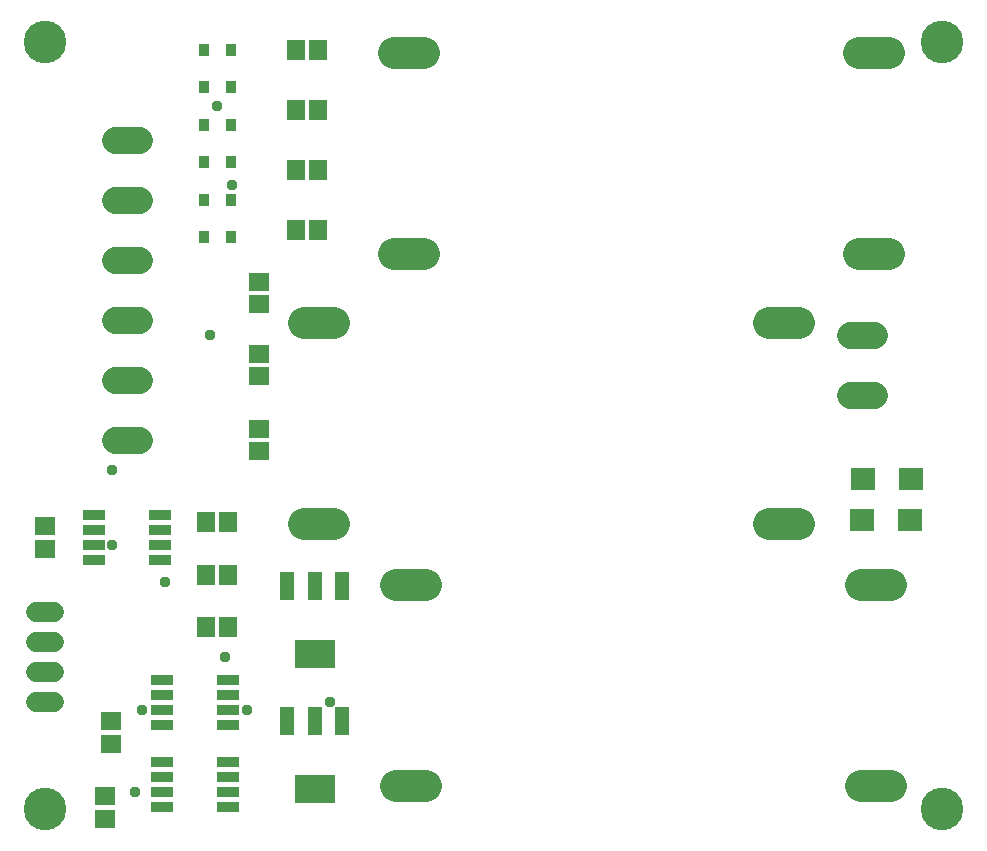
<source format=gts>
G75*
%MOIN*%
%OFA0B0*%
%FSLAX25Y25*%
%IPPOS*%
%LPD*%
%AMOC8*
5,1,8,0,0,1.08239X$1,22.5*
%
%ADD10C,0.14186*%
%ADD11R,0.03280X0.04068*%
%ADD12C,0.10800*%
%ADD13R,0.04540X0.09265*%
%ADD14R,0.13595X0.09265*%
%ADD15R,0.06706X0.05918*%
%ADD16R,0.05918X0.06706*%
%ADD17C,0.09050*%
%ADD18R,0.07690X0.03359*%
%ADD19C,0.06800*%
%ADD20R,0.07887X0.07493*%
%ADD21C,0.03778*%
D10*
X0157559Y0206811D03*
X0157559Y0462717D03*
X0456772Y0462717D03*
X0456772Y0206811D03*
D11*
X0219528Y0397500D03*
X0210472Y0397500D03*
X0210472Y0410000D03*
X0219528Y0410000D03*
X0219528Y0422500D03*
X0210472Y0422500D03*
X0210472Y0435000D03*
X0210472Y0447500D03*
X0219528Y0447500D03*
X0219528Y0435000D03*
X0219528Y0460000D03*
X0210472Y0460000D03*
D12*
X0274000Y0459000D02*
X0284000Y0459000D01*
X0284000Y0392000D02*
X0274000Y0392000D01*
X0254000Y0369000D02*
X0244000Y0369000D01*
X0244000Y0302000D02*
X0254000Y0302000D01*
X0274531Y0281500D02*
X0284531Y0281500D01*
X0284531Y0214500D02*
X0274531Y0214500D01*
X0399000Y0302000D02*
X0409000Y0302000D01*
X0429531Y0281500D02*
X0439531Y0281500D01*
X0439531Y0214500D02*
X0429531Y0214500D01*
X0409000Y0369000D02*
X0399000Y0369000D01*
X0429000Y0392000D02*
X0439000Y0392000D01*
X0439000Y0459000D02*
X0429000Y0459000D01*
D13*
X0256555Y0281417D03*
X0247500Y0281417D03*
X0238445Y0281417D03*
X0238445Y0236417D03*
X0247500Y0236417D03*
X0256555Y0236417D03*
D14*
X0247500Y0258583D03*
X0247500Y0213583D03*
D15*
X0179500Y0228760D03*
X0179500Y0236240D03*
X0177500Y0211240D03*
X0177500Y0203760D03*
X0157500Y0293760D03*
X0157500Y0301240D03*
X0229000Y0326260D03*
X0229000Y0333740D03*
X0229000Y0351260D03*
X0229000Y0358740D03*
X0229000Y0375260D03*
X0229000Y0382740D03*
D16*
X0241260Y0400000D03*
X0248740Y0400000D03*
X0248740Y0420000D03*
X0241260Y0420000D03*
X0241260Y0440000D03*
X0248740Y0440000D03*
X0248740Y0460000D03*
X0241260Y0460000D03*
X0218740Y0302500D03*
X0211260Y0302500D03*
X0211260Y0285000D03*
X0218740Y0285000D03*
X0218740Y0267500D03*
X0211260Y0267500D03*
D17*
X0189125Y0330000D02*
X0180875Y0330000D01*
X0180875Y0350000D02*
X0189125Y0350000D01*
X0189125Y0370000D02*
X0180875Y0370000D01*
X0180875Y0390000D02*
X0189125Y0390000D01*
X0189125Y0410000D02*
X0180875Y0410000D01*
X0180875Y0430000D02*
X0189125Y0430000D01*
X0425875Y0365000D02*
X0434125Y0365000D01*
X0434125Y0345000D02*
X0425875Y0345000D01*
D18*
X0218524Y0249980D03*
X0218524Y0244980D03*
X0218524Y0239980D03*
X0218524Y0234980D03*
X0218524Y0222480D03*
X0218524Y0217480D03*
X0218524Y0212480D03*
X0218524Y0207480D03*
X0196476Y0207480D03*
X0196476Y0212480D03*
X0196476Y0217480D03*
X0196476Y0222480D03*
X0196476Y0234980D03*
X0196476Y0239980D03*
X0196476Y0244980D03*
X0196476Y0249980D03*
X0196024Y0289980D03*
X0196024Y0294980D03*
X0196024Y0299980D03*
X0196024Y0304980D03*
X0173976Y0304980D03*
X0173976Y0299980D03*
X0173976Y0294980D03*
X0173976Y0289980D03*
D19*
X0160500Y0272500D02*
X0154500Y0272500D01*
X0154500Y0262500D02*
X0160500Y0262500D01*
X0160500Y0252500D02*
X0154500Y0252500D01*
X0154500Y0242500D02*
X0160500Y0242500D01*
D20*
X0429803Y0303268D03*
X0430197Y0317047D03*
X0446339Y0317047D03*
X0445945Y0303268D03*
D21*
X0252500Y0242500D03*
X0225000Y0240000D03*
X0217500Y0257500D03*
X0197500Y0282500D03*
X0180000Y0295000D03*
X0180000Y0320000D03*
X0212500Y0365000D03*
X0220000Y0415000D03*
X0215000Y0441319D03*
X0190000Y0240000D03*
X0187500Y0212500D03*
M02*

</source>
